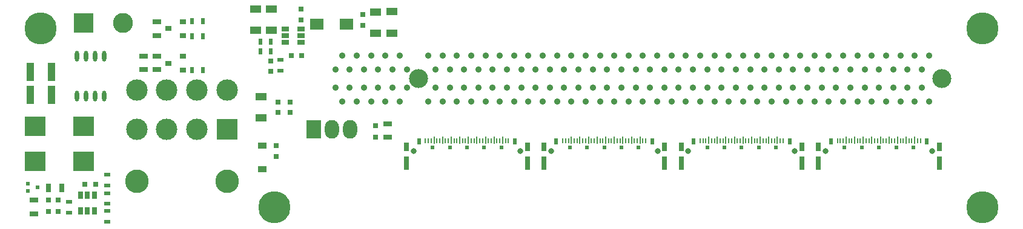
<source format=gbr>
%TF.GenerationSoftware,KiCad,Pcbnew,4.0.7*%
%TF.CreationDate,2018-05-23T21:05:09+03:00*%
%TF.ProjectId,Pci-e,5063692D652E6B696361645F70636200,rev?*%
%TF.FileFunction,Soldermask,Top*%
%FSLAX46Y46*%
G04 Gerber Fmt 4.6, Leading zero omitted, Abs format (unit mm)*
G04 Created by KiCad (PCBNEW 4.0.7) date 05/23/18 21:05:09*
%MOMM*%
%LPD*%
G01*
G04 APERTURE LIST*
%ADD10C,0.100000*%
%ADD11C,0.900000*%
%ADD12C,2.650000*%
%ADD13R,0.750000X0.800000*%
%ADD14R,1.600000X1.000000*%
%ADD15R,2.950000X2.700000*%
%ADD16R,1.000000X2.500000*%
%ADD17R,1.900000X1.600000*%
%ADD18R,1.060000X0.650000*%
%ADD19R,1.200000X0.900000*%
%ADD20R,3.000000X3.000000*%
%ADD21C,3.000000*%
%ADD22C,3.300000*%
%ADD23O,0.609600X1.473200*%
%ADD24R,0.900000X0.800000*%
%ADD25R,0.650000X1.060000*%
%ADD26R,0.800000X0.750000*%
%ADD27R,0.900000X0.500000*%
%ADD28R,0.500000X0.900000*%
%ADD29R,1.300000X0.700000*%
%ADD30R,2.000000X2.600000*%
%ADD31O,2.000000X2.600000*%
%ADD32R,0.800000X0.800000*%
%ADD33C,4.500000*%
%ADD34R,0.700000X1.300000*%
%ADD35R,0.600000X0.500000*%
%ADD36R,2.800000X2.800000*%
%ADD37C,2.800000*%
%ADD38R,0.550000X0.900000*%
%ADD39R,0.200000X0.800000*%
%ADD40R,0.550000X0.550000*%
%ADD41R,0.200000X1.000000*%
%ADD42R,0.710000X1.300000*%
%ADD43R,0.710000X1.850000*%
%ADD44C,0.800000*%
G04 APERTURE END LIST*
D10*
D11*
X-10649999Y-3260001D03*
X-11649999Y-1260001D03*
X-8649999Y-3260001D03*
X-6649999Y-3260001D03*
X-4649999Y-3260001D03*
X-2649999Y-3260001D03*
X-9649999Y-1260001D03*
X-7649999Y-1260001D03*
X-5649999Y-1260001D03*
X-3649999Y-1260001D03*
X-1649999Y-1260001D03*
X-11649999Y1239999D03*
X-10649999Y3239999D03*
X-8649999Y3239999D03*
X-9649999Y1239999D03*
X-6649999Y3239999D03*
X-7649999Y1239999D03*
X-2649999Y3239999D03*
X-3649999Y1239999D03*
X-5649999Y1239999D03*
X-4649999Y3239999D03*
X-1649999Y1239999D03*
X1350001Y-3260001D03*
X2350001Y-1260001D03*
X2350001Y1239999D03*
X1350001Y3239999D03*
D12*
X1Y-1D03*
D11*
X3350001Y-3260001D03*
X5350001Y-3260001D03*
X7350001Y-3260001D03*
X9350001Y-3260001D03*
X11350001Y-3260001D03*
X13350001Y-3260001D03*
X15350001Y-3260001D03*
X17350001Y-3260001D03*
X19350001Y-3260001D03*
X21350001Y-3260001D03*
X3350001Y3239999D03*
X5350001Y3239999D03*
X7350001Y3239999D03*
X9350001Y3239999D03*
X11350001Y3239999D03*
X13350001Y3239999D03*
X15350001Y3239999D03*
X17350001Y3239999D03*
X19350001Y3239999D03*
X21350001Y3239999D03*
X4350001Y1239999D03*
X6350001Y1239999D03*
X8350001Y1239999D03*
X10350001Y1239999D03*
X12350001Y1239999D03*
X14350001Y1239999D03*
X16350001Y1239999D03*
X18350001Y1239999D03*
X20350001Y1239999D03*
X4350001Y-1260001D03*
X6350001Y-1260001D03*
X8350001Y-1260001D03*
X10350001Y-1260001D03*
X12350001Y-1260001D03*
X14350001Y-1260001D03*
X16350001Y-1260001D03*
X18350001Y-1260001D03*
X20350001Y-1260001D03*
D12*
X73150001Y-1D03*
D11*
X22350001Y-1260001D03*
X23350001Y-3260001D03*
X24350001Y-1260001D03*
X25350001Y-3260001D03*
X26350001Y-1260001D03*
X27350001Y-3260001D03*
X28350001Y-1260001D03*
X29350001Y-3260001D03*
X30350001Y-1260001D03*
X31350001Y-3260001D03*
X32350001Y-1260001D03*
X33350001Y-3260001D03*
X34350001Y-1260001D03*
X35350001Y-3260001D03*
X36350001Y-1260001D03*
X37350001Y-3260001D03*
X38350001Y-1260001D03*
X39350001Y-3260001D03*
X40350001Y-1260001D03*
X41350001Y-3260001D03*
X42350001Y-1260001D03*
X43350001Y-3260001D03*
X44350001Y-1260001D03*
X45350001Y-3260001D03*
X46350001Y-1260001D03*
X47350001Y-3260001D03*
X48350001Y-1260001D03*
X49350001Y-3260001D03*
X50350001Y-1260001D03*
X51350001Y-3260001D03*
X52350001Y-1260001D03*
X53350001Y-3260001D03*
X54350001Y-1260001D03*
X55350001Y-3260001D03*
X56350001Y-1260001D03*
X57350001Y-3260001D03*
X58350001Y-1260001D03*
X59350001Y-3260001D03*
X60350001Y-1260001D03*
X61350001Y-3260001D03*
X62350001Y-1260001D03*
X63350001Y-3260001D03*
X64350001Y-1260001D03*
X65350001Y-3260001D03*
X66350001Y-1260001D03*
X67350001Y-3260001D03*
X68350001Y-1260001D03*
X69350001Y-3260001D03*
X70350001Y-1260001D03*
X71350001Y-3260001D03*
X22350001Y1239999D03*
X23350001Y3239999D03*
X24350001Y1239999D03*
X25350001Y3239999D03*
X26350001Y1239999D03*
X27350001Y3239999D03*
X28350001Y1239999D03*
X29350001Y3239999D03*
X30350001Y1239999D03*
X31350001Y3239999D03*
X32350001Y1239999D03*
X33350001Y3239999D03*
X34350001Y1239999D03*
X35350001Y3239999D03*
X36350001Y1239999D03*
X37350001Y3239999D03*
X38350001Y1239999D03*
X39350001Y3239999D03*
X40350001Y1239999D03*
X41350001Y3239999D03*
X42350001Y1239999D03*
X43350001Y3239999D03*
X44350001Y1239999D03*
X45350001Y3239999D03*
X46350001Y1239999D03*
X47350001Y3239999D03*
X48350001Y1239999D03*
X49350001Y3239999D03*
X50350001Y1239999D03*
X51350001Y3239999D03*
X52350001Y1239999D03*
X53350001Y3239999D03*
X54350001Y1239999D03*
X55350001Y3239999D03*
X56350001Y1239999D03*
X57350001Y3239999D03*
X58350001Y1239999D03*
X59350001Y3239999D03*
X60350001Y1239999D03*
X61350001Y3239999D03*
X62350001Y1239999D03*
X63350001Y3239999D03*
X64350001Y1239999D03*
X65350001Y3239999D03*
X66350001Y1239999D03*
X67350001Y3239999D03*
X68350001Y1239999D03*
X69350001Y3239999D03*
X70350001Y1239999D03*
X71350001Y3239999D03*
D13*
X-7820000Y8980000D03*
X-7820000Y7480000D03*
D14*
X-5990000Y6350000D03*
X-5990000Y9350000D03*
D15*
X-46825000Y-11580000D03*
X-53575000Y-11580000D03*
X-46825000Y-6680000D03*
X-53575000Y-6680000D03*
D16*
X-51300000Y-2250000D03*
X-54300000Y-2250000D03*
X-51300000Y920000D03*
X-54300000Y920000D03*
D17*
X-14216235Y7655151D03*
X-10116235Y7655151D03*
D13*
X-20640000Y2480000D03*
X-20640000Y980000D03*
D18*
X-16446235Y5075151D03*
X-16446235Y6025151D03*
X-16446235Y6975151D03*
X-18646235Y6975151D03*
X-18646235Y5075151D03*
X-18646235Y6025151D03*
D19*
X-21840000Y-9380000D03*
X-21840000Y-12680000D03*
D20*
X-26790000Y-7080000D03*
D21*
X-30990000Y-7080000D03*
X-35190000Y-7080000D03*
X-39390000Y-7080000D03*
X-26790000Y-1580000D03*
X-30990000Y-1580000D03*
X-35190000Y-1580000D03*
X-39390000Y-1580000D03*
D22*
X-26790000Y-14380000D03*
X-39390000Y-14380000D03*
D23*
X-47795000Y-2484000D03*
X-46525000Y-2484000D03*
X-45255000Y-2484000D03*
X-43985000Y-2484000D03*
X-43985000Y3104000D03*
X-45255000Y3104000D03*
X-46525000Y3104000D03*
X-47795000Y3104000D03*
D24*
X-32950000Y1190000D03*
X-32950000Y3090000D03*
X-34950000Y2140000D03*
X-32950000Y6042244D03*
X-32950000Y7942244D03*
X-34950000Y6992244D03*
D25*
X-47240000Y-18550000D03*
X-46290000Y-18550000D03*
X-45340000Y-18550000D03*
X-45340000Y-16350000D03*
X-47240000Y-16350000D03*
X-46290000Y-16350000D03*
D13*
X-16450000Y8250000D03*
X-16450000Y9750000D03*
X-17920000Y-4770000D03*
X-17920000Y-3270000D03*
D26*
X-17820000Y3200000D03*
X-16320000Y3200000D03*
D13*
X-19890000Y-10920000D03*
X-19890000Y-9420000D03*
D27*
X-19330000Y1130000D03*
X-19330000Y2630000D03*
D28*
X-22150000Y3830000D03*
X-20650000Y3830000D03*
X-22150000Y5190000D03*
X-20650000Y5190000D03*
X-30150000Y1190000D03*
X-31650000Y1190000D03*
X-31650000Y5952245D03*
X-30150000Y5952245D03*
D29*
X-36600000Y3140000D03*
X-36600000Y1240000D03*
X-38460000Y3140000D03*
X-38460000Y1240000D03*
X-36600000Y7940000D03*
X-36600000Y6040000D03*
D28*
X-30150000Y8052245D03*
X-31650000Y8052245D03*
D27*
X-43570000Y-18570000D03*
X-43570000Y-20070000D03*
X-43570000Y-16060000D03*
X-43570000Y-17560000D03*
X-43570000Y-13480000D03*
X-43570000Y-14980000D03*
X-48900000Y-18760000D03*
X-48900000Y-17260000D03*
D29*
X-4360000Y-8250001D03*
X-4360000Y-6350001D03*
D30*
X-14660000Y-7090000D03*
D31*
X-12120000Y-7090000D03*
X-9580000Y-7090000D03*
D32*
X-6010000Y-8200000D03*
X-6010000Y-6600000D03*
X-50350000Y-17010000D03*
X-50350000Y-18610000D03*
D33*
X-52860000Y6990000D03*
X78840000Y6990000D03*
X78840000Y-18010000D03*
X-20160000Y-18010000D03*
D32*
X-51750000Y-17010000D03*
X-51750000Y-18610000D03*
D34*
X-49870000Y-15350000D03*
X-51770000Y-15350000D03*
D35*
X-54600000Y-15790000D03*
X-53300000Y-15280000D03*
X-54600000Y-14770000D03*
D26*
X-45180000Y-14780000D03*
X-46680000Y-14780000D03*
D14*
X-21990000Y-2520000D03*
X-21990000Y-5520000D03*
X-3710000Y6360000D03*
X-3710000Y9360000D03*
X-20550000Y9750000D03*
X-20550000Y6750000D03*
X-22820000Y9750000D03*
X-22820000Y6750000D03*
D36*
X-46822000Y7786000D03*
D37*
X-41322000Y7786000D03*
D13*
X-19660000Y-4770000D03*
X-19660000Y-3270000D03*
D29*
X-53780000Y-17060000D03*
X-53780000Y-18960000D03*
D38*
X50000Y-8790000D03*
D39*
X1350000Y-8740000D03*
D40*
X1950000Y-9665000D03*
D41*
X2150000Y-8640000D03*
D39*
X2550000Y-8740000D03*
X2950000Y-8740000D03*
D41*
X3350000Y-8640000D03*
D39*
X3750000Y-8740000D03*
X4150000Y-8740000D03*
D41*
X4550000Y-8640000D03*
D39*
X4950000Y-8740000D03*
X5350000Y-8740000D03*
D41*
X5750000Y-8640000D03*
D39*
X6150000Y-8740000D03*
X6550000Y-8740000D03*
D41*
X6950000Y-8640000D03*
D39*
X7350000Y-8740000D03*
X7750000Y-8740000D03*
D41*
X8150000Y-8640000D03*
D39*
X8550000Y-8740000D03*
X8950000Y-8740000D03*
D41*
X9350000Y-8640000D03*
D39*
X9750000Y-8740000D03*
X10150000Y-8740000D03*
D41*
X10550000Y-8640000D03*
D39*
X10950000Y-8740000D03*
X11350000Y-8740000D03*
D41*
X11750000Y-8640000D03*
D39*
X12150000Y-8740000D03*
X12550000Y-8740000D03*
X950000Y-8740000D03*
D38*
X13450000Y-8790000D03*
D39*
X1750000Y-8740000D03*
D40*
X4350000Y-9665000D03*
X6750000Y-9665000D03*
X9150000Y-9665000D03*
X11550000Y-9665000D03*
D42*
X-1690000Y-9540000D03*
D43*
X-1690000Y-11860000D03*
D42*
X15190000Y-9540000D03*
D43*
X15190000Y-11860000D03*
D44*
X-700000Y-10190000D03*
X14200000Y-10190000D03*
D38*
X19250000Y-8790000D03*
D39*
X20550000Y-8740000D03*
D40*
X21150000Y-9665000D03*
D41*
X21350000Y-8640000D03*
D39*
X21750000Y-8740000D03*
X22150000Y-8740000D03*
D41*
X22550000Y-8640000D03*
D39*
X22950000Y-8740000D03*
X23350000Y-8740000D03*
D41*
X23750000Y-8640000D03*
D39*
X24150000Y-8740000D03*
X24550000Y-8740000D03*
D41*
X24950000Y-8640000D03*
D39*
X25350000Y-8740000D03*
X25750000Y-8740000D03*
D41*
X26150000Y-8640000D03*
D39*
X26550000Y-8740000D03*
X26950000Y-8740000D03*
D41*
X27350000Y-8640000D03*
D39*
X27750000Y-8740000D03*
X28150000Y-8740000D03*
D41*
X28550000Y-8640000D03*
D39*
X28950000Y-8740000D03*
X29350000Y-8740000D03*
D41*
X29750000Y-8640000D03*
D39*
X30150000Y-8740000D03*
X30550000Y-8740000D03*
D41*
X30950000Y-8640000D03*
D39*
X31350000Y-8740000D03*
X31750000Y-8740000D03*
X20150000Y-8740000D03*
D38*
X32650000Y-8790000D03*
D39*
X20950000Y-8740000D03*
D40*
X23550000Y-9665000D03*
X25950000Y-9665000D03*
X28350000Y-9665000D03*
X30750000Y-9665000D03*
D42*
X17510000Y-9540000D03*
D43*
X17510000Y-11860000D03*
D42*
X34390000Y-9540000D03*
D43*
X34390000Y-11860000D03*
D44*
X18500000Y-10190000D03*
X33400000Y-10190000D03*
D38*
X38450000Y-8790000D03*
D39*
X39750000Y-8740000D03*
D40*
X40350000Y-9665000D03*
D41*
X40550000Y-8640000D03*
D39*
X40950000Y-8740000D03*
X41350000Y-8740000D03*
D41*
X41750000Y-8640000D03*
D39*
X42150000Y-8740000D03*
X42550000Y-8740000D03*
D41*
X42950000Y-8640000D03*
D39*
X43350000Y-8740000D03*
X43750000Y-8740000D03*
D41*
X44150000Y-8640000D03*
D39*
X44550000Y-8740000D03*
X44950000Y-8740000D03*
D41*
X45350000Y-8640000D03*
D39*
X45750000Y-8740000D03*
X46150000Y-8740000D03*
D41*
X46550000Y-8640000D03*
D39*
X46950000Y-8740000D03*
X47350000Y-8740000D03*
D41*
X47750000Y-8640000D03*
D39*
X48150000Y-8740000D03*
X48550000Y-8740000D03*
D41*
X48950000Y-8640000D03*
D39*
X49350000Y-8740000D03*
X49750000Y-8740000D03*
D41*
X50150000Y-8640000D03*
D39*
X50550000Y-8740000D03*
X50950000Y-8740000D03*
X39350000Y-8740000D03*
D38*
X51850000Y-8790000D03*
D39*
X40150000Y-8740000D03*
D40*
X42750000Y-9665000D03*
X45150000Y-9665000D03*
X47550000Y-9665000D03*
X49950000Y-9665000D03*
D42*
X36710000Y-9540000D03*
D43*
X36710000Y-11860000D03*
D42*
X53590000Y-9540000D03*
D43*
X53590000Y-11860000D03*
D44*
X37700000Y-10190000D03*
X52600000Y-10190000D03*
D38*
X57650000Y-8790000D03*
D39*
X58950000Y-8740000D03*
D40*
X59550000Y-9665000D03*
D41*
X59750000Y-8640000D03*
D39*
X60150000Y-8740000D03*
X60550000Y-8740000D03*
D41*
X60950000Y-8640000D03*
D39*
X61350000Y-8740000D03*
X61750000Y-8740000D03*
D41*
X62150000Y-8640000D03*
D39*
X62550000Y-8740000D03*
X62950000Y-8740000D03*
D41*
X63350000Y-8640000D03*
D39*
X63750000Y-8740000D03*
X64150000Y-8740000D03*
D41*
X64550000Y-8640000D03*
D39*
X64950000Y-8740000D03*
X65350000Y-8740000D03*
D41*
X65750000Y-8640000D03*
D39*
X66150000Y-8740000D03*
X66550000Y-8740000D03*
D41*
X66950000Y-8640000D03*
D39*
X67350000Y-8740000D03*
X67750000Y-8740000D03*
D41*
X68150000Y-8640000D03*
D39*
X68550000Y-8740000D03*
X68950000Y-8740000D03*
D41*
X69350000Y-8640000D03*
D39*
X69750000Y-8740000D03*
X70150000Y-8740000D03*
X58550000Y-8740000D03*
D38*
X71050000Y-8790000D03*
D39*
X59350000Y-8740000D03*
D40*
X61950000Y-9665000D03*
X64350000Y-9665000D03*
X66750000Y-9665000D03*
X69150000Y-9665000D03*
D42*
X55910000Y-9540000D03*
D43*
X55910000Y-11860000D03*
D42*
X72790000Y-9540000D03*
D43*
X72790000Y-11860000D03*
D44*
X56900000Y-10190000D03*
X71800000Y-10190000D03*
M02*

</source>
